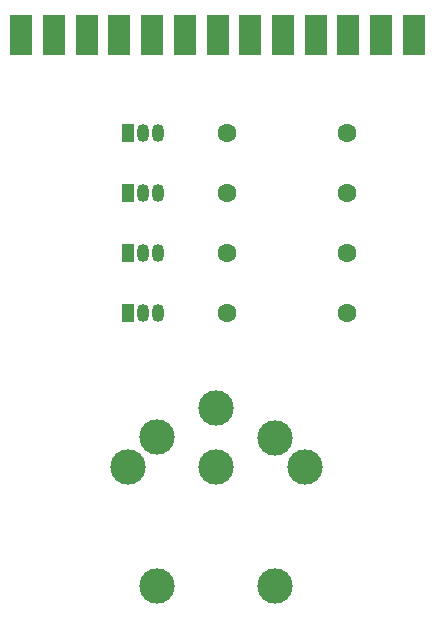
<source format=gts>
%TF.GenerationSoftware,KiCad,Pcbnew,9.0.5-1.fc42*%
%TF.CreationDate,2025-11-09T17:22:24+08:00*%
%TF.ProjectId,b5s4-XA1541-active,62357334-2d58-4413-9135-34312d616374,1.1*%
%TF.SameCoordinates,Original*%
%TF.FileFunction,Soldermask,Top*%
%TF.FilePolarity,Negative*%
%FSLAX46Y46*%
G04 Gerber Fmt 4.6, Leading zero omitted, Abs format (unit mm)*
G04 Created by KiCad (PCBNEW 9.0.5-1.fc42) date 2025-11-09 17:22:24*
%MOMM*%
%LPD*%
G01*
G04 APERTURE LIST*
%ADD10C,1.600000*%
%ADD11C,3.000000*%
%ADD12R,1.050000X1.500000*%
%ADD13O,1.050000X1.500000*%
%ADD14R,1.846667X3.480000*%
G04 APERTURE END LIST*
D10*
%TO.C,R1*%
X120137600Y-86360000D03*
X130297600Y-86360000D03*
%TD*%
D11*
%TO.C,CN2*%
X126764200Y-114669100D03*
X124264200Y-124669100D03*
X124264200Y-112169100D03*
X114264200Y-124669100D03*
X119264200Y-114669100D03*
X114264200Y-112129100D03*
X111764200Y-114669100D03*
X119264200Y-109669100D03*
%TD*%
D10*
%TO.C,R4*%
X120137600Y-101600000D03*
X130297600Y-101600000D03*
%TD*%
D12*
%TO.C,Q2*%
X111760000Y-91440000D03*
D13*
X113030000Y-91440000D03*
X114300000Y-91440000D03*
%TD*%
D12*
%TO.C,Q1*%
X111760000Y-86360000D03*
D13*
X113030000Y-86360000D03*
X114300000Y-86360000D03*
%TD*%
D14*
%TO.C,CN1*%
X136000000Y-78077500D03*
X133230000Y-78077500D03*
X130460000Y-78077500D03*
X127690000Y-78077500D03*
X124920000Y-78077500D03*
X122150000Y-78077500D03*
X119380000Y-78077500D03*
X116610000Y-78077500D03*
X113840000Y-78077500D03*
X111070000Y-78077500D03*
X108300000Y-78077500D03*
X105530000Y-78077500D03*
X102760000Y-78077500D03*
%TD*%
D10*
%TO.C,R3*%
X120137600Y-96520000D03*
X130297600Y-96520000D03*
%TD*%
D12*
%TO.C,Q4*%
X111760000Y-101600000D03*
D13*
X113030000Y-101600000D03*
X114300000Y-101600000D03*
%TD*%
D12*
%TO.C,Q3*%
X111760000Y-96520000D03*
D13*
X113030000Y-96520000D03*
X114300000Y-96520000D03*
%TD*%
D10*
%TO.C,R2*%
X120137600Y-91440000D03*
X130297600Y-91440000D03*
%TD*%
M02*

</source>
